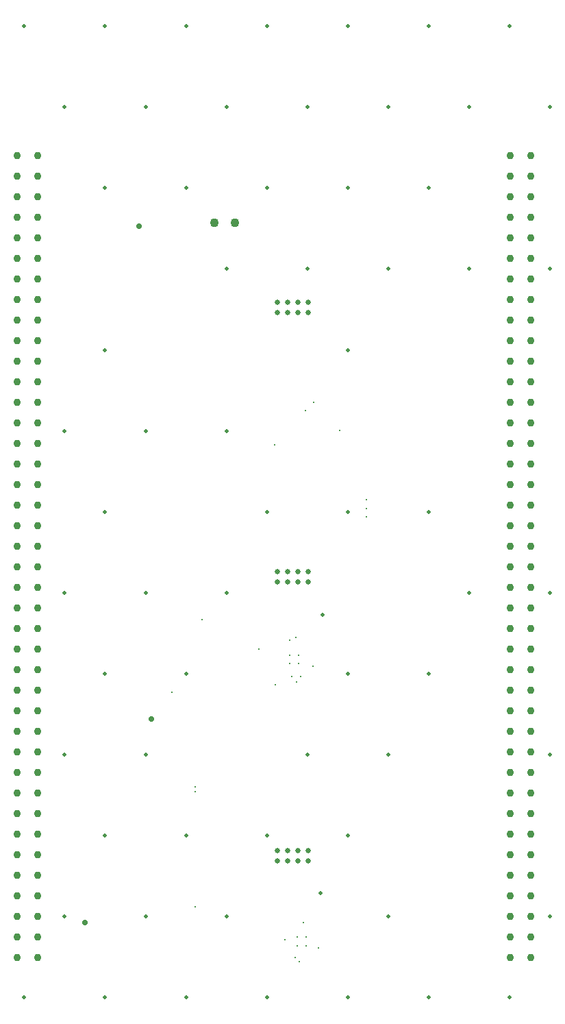
<source format=gbr>
%TF.GenerationSoftware,Altium Limited,Altium Designer,19.1.6 (110)*%
G04 Layer_Color=0*
%FSLAX26Y26*%
%MOIN*%
%TF.FileFunction,Plated,1,2,PTH,Drill*%
%TF.Part,Single*%
G01*
G75*
%TA.AperFunction,ComponentDrill*%
%ADD69C,0.036221*%
%ADD70C,0.025000*%
%ADD71C,0.043307*%
%TA.AperFunction,ViaDrill,NotFilled*%
%ADD72C,0.007874*%
%ADD73C,0.019685*%
%ADD74C,0.028000*%
D69*
X-1341205Y2047956D02*
D03*
Y1947956D02*
D03*
Y1847956D02*
D03*
Y1747956D02*
D03*
Y1647956D02*
D03*
Y1547956D02*
D03*
Y1447956D02*
D03*
Y1347956D02*
D03*
Y1247956D02*
D03*
Y1147956D02*
D03*
Y1047956D02*
D03*
Y947956D02*
D03*
Y847956D02*
D03*
Y747956D02*
D03*
Y647956D02*
D03*
Y547956D02*
D03*
Y447955D02*
D03*
Y347955D02*
D03*
Y247956D02*
D03*
Y147956D02*
D03*
Y47956D02*
D03*
Y-52044D02*
D03*
Y-152044D02*
D03*
Y-252044D02*
D03*
Y-352045D02*
D03*
Y-452045D02*
D03*
Y-552044D02*
D03*
Y-652044D02*
D03*
Y-752044D02*
D03*
Y-852044D02*
D03*
Y-952044D02*
D03*
Y-1052044D02*
D03*
Y-1152044D02*
D03*
Y-1252044D02*
D03*
Y-1352044D02*
D03*
Y-1452044D02*
D03*
Y-1552044D02*
D03*
Y-1652044D02*
D03*
Y-1752044D02*
D03*
Y-1852044D02*
D03*
X-1241205Y2047956D02*
D03*
Y1947956D02*
D03*
Y1847956D02*
D03*
Y1747956D02*
D03*
Y1647956D02*
D03*
Y1547956D02*
D03*
Y1447956D02*
D03*
Y1347956D02*
D03*
Y1247956D02*
D03*
Y1147956D02*
D03*
Y1047956D02*
D03*
Y947956D02*
D03*
Y847956D02*
D03*
Y747956D02*
D03*
Y647956D02*
D03*
Y547956D02*
D03*
Y447955D02*
D03*
Y347955D02*
D03*
Y247956D02*
D03*
Y147956D02*
D03*
Y47956D02*
D03*
Y-52044D02*
D03*
Y-152044D02*
D03*
Y-252044D02*
D03*
Y-352045D02*
D03*
Y-452045D02*
D03*
Y-552044D02*
D03*
Y-652044D02*
D03*
Y-752044D02*
D03*
Y-852044D02*
D03*
Y-952044D02*
D03*
Y-1052044D02*
D03*
Y-1152044D02*
D03*
Y-1252044D02*
D03*
Y-1352044D02*
D03*
Y-1452044D02*
D03*
Y-1552044D02*
D03*
Y-1652044D02*
D03*
Y-1752044D02*
D03*
Y-1852044D02*
D03*
X1158795Y-1853029D02*
D03*
Y-1753029D02*
D03*
Y-1653029D02*
D03*
Y-1553029D02*
D03*
Y-1453029D02*
D03*
Y-1353029D02*
D03*
Y-1253029D02*
D03*
Y-1153029D02*
D03*
Y-1053029D02*
D03*
Y-953029D02*
D03*
Y-853029D02*
D03*
Y-753029D02*
D03*
Y-653029D02*
D03*
Y-553029D02*
D03*
Y-453029D02*
D03*
Y-353029D02*
D03*
Y-253029D02*
D03*
Y-153029D02*
D03*
Y-53029D02*
D03*
Y46971D02*
D03*
Y146971D02*
D03*
Y246971D02*
D03*
Y346971D02*
D03*
Y446971D02*
D03*
Y546971D02*
D03*
Y646971D02*
D03*
Y746971D02*
D03*
Y846971D02*
D03*
Y946971D02*
D03*
Y1046971D02*
D03*
Y1146971D02*
D03*
Y1246971D02*
D03*
Y1346971D02*
D03*
Y1446971D02*
D03*
Y1546971D02*
D03*
Y1646971D02*
D03*
Y1746971D02*
D03*
Y1846971D02*
D03*
Y1946971D02*
D03*
Y2046971D02*
D03*
X1058795Y-1853029D02*
D03*
Y-1753029D02*
D03*
Y-1653029D02*
D03*
Y-1553029D02*
D03*
Y-1453029D02*
D03*
Y-1353029D02*
D03*
Y-1253029D02*
D03*
Y-1153029D02*
D03*
Y-1053029D02*
D03*
Y-953029D02*
D03*
Y-853029D02*
D03*
Y-753029D02*
D03*
Y-653029D02*
D03*
Y-553029D02*
D03*
Y-453029D02*
D03*
Y-353029D02*
D03*
Y-253029D02*
D03*
Y-153029D02*
D03*
Y-53029D02*
D03*
Y46971D02*
D03*
Y146971D02*
D03*
Y246971D02*
D03*
Y346971D02*
D03*
Y446971D02*
D03*
Y546971D02*
D03*
Y646971D02*
D03*
Y746971D02*
D03*
Y846971D02*
D03*
Y946971D02*
D03*
Y1046971D02*
D03*
Y1146971D02*
D03*
Y1246971D02*
D03*
Y1346971D02*
D03*
Y1446971D02*
D03*
Y1546971D02*
D03*
Y1646971D02*
D03*
Y1746971D02*
D03*
Y1846971D02*
D03*
Y1946971D02*
D03*
Y2046971D02*
D03*
D70*
X-75000Y1285520D02*
D03*
Y1335520D02*
D03*
X-25000Y1285520D02*
D03*
Y1335520D02*
D03*
X25000Y1285520D02*
D03*
Y1335520D02*
D03*
X75000Y1285520D02*
D03*
Y1335520D02*
D03*
X76000Y25520D02*
D03*
Y-24480D02*
D03*
X26000Y25520D02*
D03*
Y-24480D02*
D03*
X-24000Y25520D02*
D03*
Y-24480D02*
D03*
X-74000Y25520D02*
D03*
Y-24480D02*
D03*
X-75000Y-1382480D02*
D03*
Y-1332480D02*
D03*
X-25000Y-1382480D02*
D03*
Y-1332480D02*
D03*
X25000Y-1382480D02*
D03*
Y-1332480D02*
D03*
X75000Y-1382480D02*
D03*
Y-1332480D02*
D03*
D71*
X-283000Y1722000D02*
D03*
X-383000D02*
D03*
D72*
X-166500Y-353500D02*
D03*
X-14000Y-309000D02*
D03*
X-588000Y-562000D02*
D03*
X359000Y331000D02*
D03*
X360000Y291000D02*
D03*
X359000Y375000D02*
D03*
X228000Y710000D02*
D03*
X97000Y-436000D02*
D03*
X-476000Y-1022000D02*
D03*
Y-1044000D02*
D03*
X60528Y808473D02*
D03*
X-476000Y-1604000D02*
D03*
X-443000Y-208000D02*
D03*
X53000Y-1682000D02*
D03*
X33150Y-1873000D02*
D03*
X13000Y-1853000D02*
D03*
X125677Y-1805000D02*
D03*
X27811Y-380189D02*
D03*
X-39677Y-1765000D02*
D03*
X64654Y-1796654D02*
D03*
X21346D02*
D03*
X64654Y-1753347D02*
D03*
X21346D02*
D03*
X-15496Y-380189D02*
D03*
Y-423496D02*
D03*
X27811D02*
D03*
X-4000Y-484504D02*
D03*
X17000Y-511504D02*
D03*
X37000Y-485504D02*
D03*
X16000Y-295000D02*
D03*
X-84000Y-526449D02*
D03*
X101000Y848000D02*
D03*
X-89000Y643000D02*
D03*
D73*
X145000Y-184000D02*
D03*
X135000Y-1540000D02*
D03*
X1055150Y2677709D02*
D03*
X1252000Y2284008D02*
D03*
Y1496606D02*
D03*
Y-78197D02*
D03*
Y-865598D02*
D03*
Y-1653000D02*
D03*
X1055150Y-2046701D02*
D03*
X661449Y2677709D02*
D03*
X858299Y2284008D02*
D03*
X661449Y1890307D02*
D03*
X858299Y1496606D02*
D03*
X661449Y315504D02*
D03*
X858299Y-78197D02*
D03*
X661449Y-471898D02*
D03*
Y-2046701D02*
D03*
X267748Y2677709D02*
D03*
X464598Y2284008D02*
D03*
X267748Y1890307D02*
D03*
X464598Y1496606D02*
D03*
X267748Y1102906D02*
D03*
Y315504D02*
D03*
Y-471898D02*
D03*
X464598Y-865598D02*
D03*
X267748Y-1259299D02*
D03*
X464598Y-1653000D02*
D03*
X267748Y-2046701D02*
D03*
X-125953Y2677709D02*
D03*
X70898Y2284008D02*
D03*
X-125953Y1890307D02*
D03*
X70898Y1496606D02*
D03*
X-125953Y315504D02*
D03*
X70898Y-865598D02*
D03*
X-125953Y-1259299D02*
D03*
Y-2046701D02*
D03*
X-519654Y2677709D02*
D03*
X-322803Y2284008D02*
D03*
X-519654Y1890307D02*
D03*
X-322803Y1496606D02*
D03*
Y709205D02*
D03*
Y-78197D02*
D03*
X-519654Y-471898D02*
D03*
Y-1259299D02*
D03*
X-322803Y-1653000D02*
D03*
X-519654Y-2046701D02*
D03*
X-913354Y2677709D02*
D03*
X-716504Y2284008D02*
D03*
X-913354Y1890307D02*
D03*
Y1102906D02*
D03*
X-716504Y709205D02*
D03*
X-913354Y315504D02*
D03*
X-716504Y-78197D02*
D03*
X-913354Y-471898D02*
D03*
X-716504Y-865598D02*
D03*
X-913354Y-1259299D02*
D03*
X-716504Y-1653000D02*
D03*
X-913354Y-2046701D02*
D03*
X-1307055Y2677709D02*
D03*
X-1110205Y2284008D02*
D03*
Y709205D02*
D03*
Y-78197D02*
D03*
Y-865598D02*
D03*
Y-1653000D02*
D03*
X-1307055Y-2046701D02*
D03*
D74*
X-687000Y-692000D02*
D03*
X-1012000Y-1682000D02*
D03*
X-749000Y1706000D02*
D03*
%TF.MD5,88703f96c2d6c1aa26bf7afd6662a246*%
M02*

</source>
